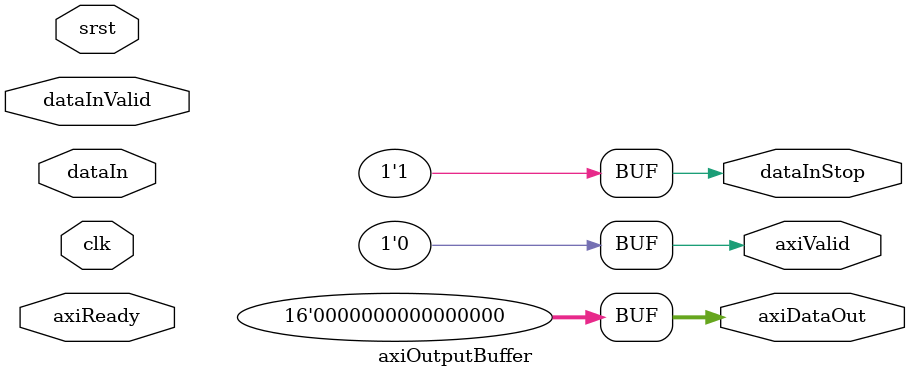
<source format=v>


`timescale 1ns/1ps

module axiOutputBuffer
  (dataInValid, dataIn, dataInStop, axiValid, axiDataOut, axiReady, clk, srst);

// Specifes the width of the dataIn and dataOut ports.
parameter DataWidth = 16;

// Specifies the clock and active high asynchronous reset signals.
// verilator lint_off UNUSED
input clk;
input srst;

// Specifies the 'upstream' data input ports.
input  [DataWidth-1:0] dataIn;
input                  dataInValid;
output                 dataInStop;

// Specifies the 'downstream' AXI output ports.
output [DataWidth-1:0] axiDataOut;
output                 axiValid;
input                  axiReady;
// verilator lint_on UNUSED

assign dataInStop = 1'b1;
assign axiDataOut = 0;
assign axiValid = 1'b0;

endmodule

</source>
